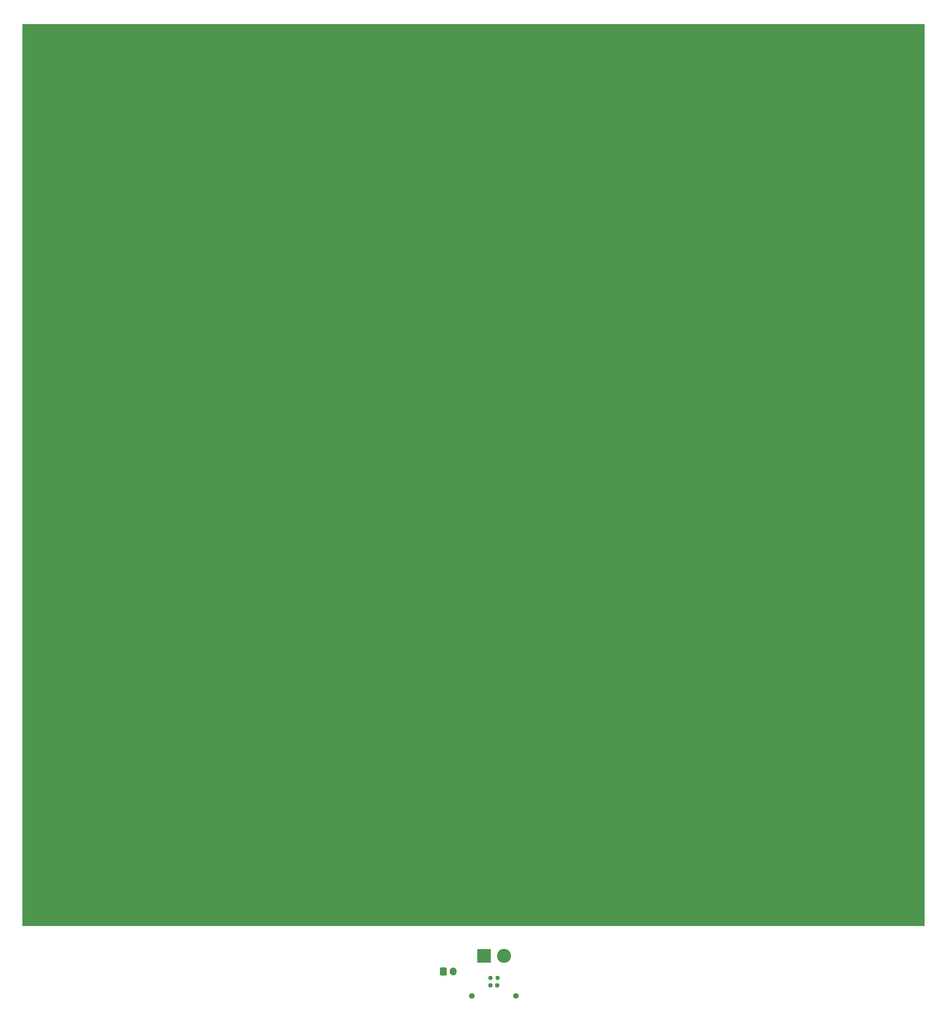
<source format=gbs>
G04 #@! TF.GenerationSoftware,KiCad,Pcbnew,5.99.0-unknown-5975524826~131~ubuntu21.04.1*
G04 #@! TF.CreationDate,2021-09-24T15:40:40+02:00*
G04 #@! TF.ProjectId,e3pb,65337062-2e6b-4696-9361-645f70636258,rev?*
G04 #@! TF.SameCoordinates,Original*
G04 #@! TF.FileFunction,Soldermask,Bot*
G04 #@! TF.FilePolarity,Negative*
%FSLAX46Y46*%
G04 Gerber Fmt 4.6, Leading zero omitted, Abs format (unit mm)*
G04 Created by KiCad (PCBNEW 5.99.0-unknown-5975524826~131~ubuntu21.04.1) date 2021-09-24 15:40:40*
%MOMM*%
%LPD*%
G01*
G04 APERTURE LIST*
G04 Aperture macros list*
%AMRoundRect*
0 Rectangle with rounded corners*
0 $1 Rounding radius*
0 $2 $3 $4 $5 $6 $7 $8 $9 X,Y pos of 4 corners*
0 Add a 4 corners polygon primitive as box body*
4,1,4,$2,$3,$4,$5,$6,$7,$8,$9,$2,$3,0*
0 Add four circle primitives for the rounded corners*
1,1,$1+$1,$2,$3*
1,1,$1+$1,$4,$5*
1,1,$1+$1,$6,$7*
1,1,$1+$1,$8,$9*
0 Add four rect primitives between the rounded corners*
20,1,$1+$1,$2,$3,$4,$5,0*
20,1,$1+$1,$4,$5,$6,$7,0*
20,1,$1+$1,$6,$7,$8,$9,0*
20,1,$1+$1,$8,$9,$2,$3,0*%
G04 Aperture macros list end*
%ADD10C,0.150000*%
%ADD11RoundRect,0.237500X0.250000X0.237500X-0.250000X0.237500X-0.250000X-0.237500X0.250000X-0.237500X0*%
%ADD12RoundRect,0.237500X-0.287500X-0.237500X0.287500X-0.237500X0.287500X0.237500X-0.287500X0.237500X0*%
%ADD13RoundRect,0.250000X-0.600000X-0.750000X0.600000X-0.750000X0.600000X0.750000X-0.600000X0.750000X0*%
%ADD14O,1.700000X2.000000*%
%ADD15C,1.400000*%
%ADD16R,3.500000X3.500000*%
%ADD17C,3.500000*%
G04 APERTURE END LIST*
D10*
X-112500000Y112500000D02*
X112500000Y112500000D01*
X112500000Y112500000D02*
X112500000Y-112500000D01*
X112500000Y-112500000D02*
X-112500000Y-112500000D01*
X-112500000Y-112500000D02*
X-112500000Y112500000D01*
G36*
X-112500000Y112500000D02*
G01*
X112500000Y112500000D01*
X112500000Y-112500000D01*
X-112500000Y-112500000D01*
X-112500000Y112500000D01*
G37*
D11*
X6012500Y-125550000D03*
X4187500Y-125550000D03*
D12*
X4202500Y-127450000D03*
X5952500Y-127450000D03*
D13*
X-7550000Y-123950000D03*
D14*
X-5050000Y-123950000D03*
D15*
X10600000Y-130050000D03*
X-400000Y-130050000D03*
D16*
X2600000Y-120050000D03*
D17*
X7600000Y-120050000D03*
M02*

</source>
